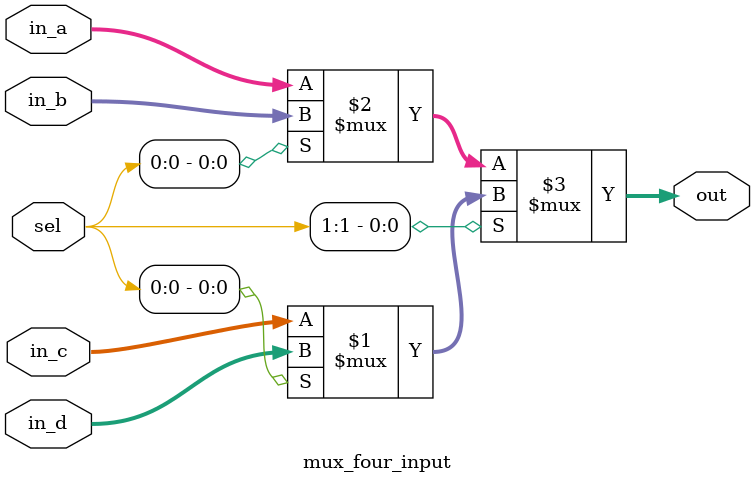
<source format=v>
module mux_four_input(
  input wire [31:0] in_a,
  input wire [31:0] in_b,
  input wire [31:0] in_c,
  input wire [31:0] in_d,
  input wire [1:0] sel,
  output wire [31:0] out
);

assign out = sel[1] ? (sel[0] ? in_d : in_c) : (sel[0] ? in_b : in_a);

endmodule

</source>
